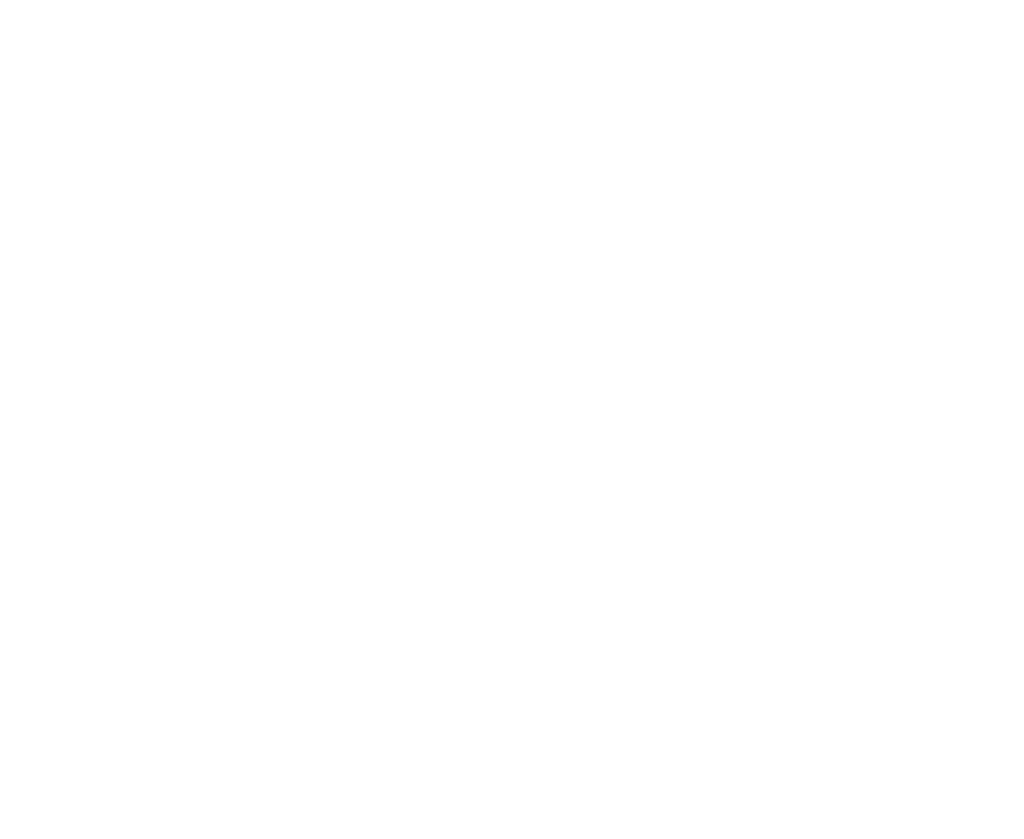
<source format=kicad_pcb>
(kicad_pcb
	(version 20241229)
	(generator "pcbnew")
	(generator_version "9.0")
	(general
		(thickness 1.6)
		(legacy_teardrops no)
	)
	(paper "A4")
	(layers
		(0 "F.Cu" signal)
		(2 "B.Cu" signal)
		(9 "F.Adhes" user "F.Adhesive")
		(11 "B.Adhes" user "B.Adhesive")
		(13 "F.Paste" user)
		(15 "B.Paste" user)
		(5 "F.SilkS" user "F.Silkscreen")
		(7 "B.SilkS" user "B.Silkscreen")
		(1 "F.Mask" user)
		(3 "B.Mask" user)
		(17 "Dwgs.User" user "User.Drawings")
		(19 "Cmts.User" user "User.Comments")
		(21 "Eco1.User" user "User.Eco1")
		(23 "Eco2.User" user "User.Eco2")
		(25 "Edge.Cuts" user)
		(27 "Margin" user)
		(31 "F.CrtYd" user "F.Courtyard")
		(29 "B.CrtYd" user "B.Courtyard")
		(35 "F.Fab" user)
		(33 "B.Fab" user)
		(39 "User.1" user)
		(41 "User.2" user)
		(43 "User.3" user)
		(45 "User.4" user)
	)
	(setup
		(pad_to_mask_clearance 0)
		(allow_soldermask_bridges_in_footprints no)
		(tenting front back)
		(pcbplotparams
			(layerselection 0x00000000_00000000_55555555_5755f5ff)
			(plot_on_all_layers_selection 0x00000000_00000000_00000000_00000000)
			(disableapertmacros no)
			(usegerberextensions no)
			(usegerberattributes yes)
			(usegerberadvancedattributes yes)
			(creategerberjobfile yes)
			(dashed_line_dash_ratio 12.000000)
			(dashed_line_gap_ratio 3.000000)
			(svgprecision 4)
			(plotframeref no)
			(mode 1)
			(useauxorigin no)
			(hpglpennumber 1)
			(hpglpenspeed 20)
			(hpglpendiameter 15.000000)
			(pdf_front_fp_property_popups yes)
			(pdf_back_fp_property_popups yes)
			(pdf_metadata yes)
			(pdf_single_document no)
			(dxfpolygonmode yes)
			(dxfimperialunits yes)
			(dxfusepcbnewfont yes)
			(psnegative no)
			(psa4output no)
			(plot_black_and_white yes)
			(sketchpadsonfab no)
			(plotpadnumbers no)
			(hidednponfab no)
			(sketchdnponfab yes)
			(crossoutdnponfab yes)
			(subtractmaskfromsilk no)
			(outputformat 1)
			(mirror no)
			(drillshape 1)
			(scaleselection 1)
			(outputdirectory "")
		)
	)
	(net 0 "")
	(gr_line
		(start 40.8 190.6)
		(end 40.8 116.9)
		(stroke
			(width 0.2)
			(type default)
		)
		(layer "Dwgs.User")
		(uuid "034e8312-7698-4a38-b724-6878cc45b3a1")
	)
	(gr_line
		(start 252 94.5)
		(end 252 18)
		(stroke
			(width 0.2)
			(type default)
		)
		(layer "Dwgs.User")
		(uuid "0501c662-464e-4548-86d1-e58d1c327a4d")
	)
	(gr_line
		(start 249.2 190.6)
		(end 249.2 116.9)
		(stroke
			(width 0.2)
			(type default)
		)
		(layer "Dwgs.User")
		(uuid "08b07a34-498d-4ba7-9b66-6aa100a2b1db")
	)
	(gr_line
		(start 252 116.9)
		(end 251.2 116.9)
		(stroke
			(width 0.2)
			(type default)
		)
		(layer "Dwgs.User")
		(uuid "13a7dc71-cb73-4aae-8a8a-ff0ca4a4eb4f")
	)
	(gr_line
		(start 38.8 116.9)
		(end 38.8 94.5)
		(stroke
			(width 0.2)
			(type default)
		)
		(layer "Dwgs.User")
		(uuid "158590b6-2695-4e04-ba8d-7eef4b9af638")
	)
	(gr_line
		(start 249.2 94.5)
		(end 249.2 20.8)
		(stroke
			(width 0.2)
			(type default)
		)
		(layer "Dwgs.User")
		(uuid "1ac515d4-875c-474f-a7eb-528371ad748a")
	)
	(gr_line
		(start 247.2 94.5)
		(end 247.2 22.7)
		(stroke
			(width 0.2)
			(type default)
		)
		(layer "Dwgs.User")
		(uuid "1e2200a5-0798-4864-a626-63fe8535ea60")
	)
	(gr_line
		(start 42.8 94.5)
		(end 42.8 116.9)
		(stroke
			(width 0.2)
			(type default)
		)
		(layer "Dwgs.User")
		(uuid "20f4e6e2-cf06-45e7-9306-e36e2b0ca9e4")
	)
	(gr_line
		(start 252 116.9)
		(end 251.2 116.9)
		(stroke
			(width 0.2)
			(type default)
		)
		(layer "Dwgs.User")
		(uuid "2524c736-bedd-4931-ba9e-6528034ab0bc")
	)
	(gr_line
		(start 247.2 94.5)
		(end 247.2 116.9)
		(stroke
			(width 0.2)
			(type default)
		)
		(layer "Dwgs.User")
		(uuid "29692c23-e587-498e-af3f-55e195ce884f")
	)
	(gr_line
		(start 252 94.5)
		(end 251.2 94.5)
		(stroke
			(width 0.2)
			(type default)
		)
		(layer "Dwgs.User")
		(uuid "2f26e849-0f92-4059-a981-ec54a783ec76")
	)
	(gr_line
		(start 42.8 188.7)
		(end 247.2 188.7)
		(stroke
			(width 0.2)
			(type default)
		)
		(layer "Dwgs.User")
		(uuid "308ced1a-157d-4f2f-9159-9dfdf1131e34")
	)
	(gr_line
		(start 249.2 116.9)
		(end 251.2 116.9)
		(stroke
			(width 0.2)
			(type default)
		)
		(layer "Dwgs.User")
		(uuid "33d2a258-9729-4ead-9712-8831228c79dc")
	)
	(gr_line
		(start 38.8 116.9)
		(end 38 116.9)
		(stroke
			(width 0.2)
			(type default)
		)
		(layer "Dwgs.User")
		(uuid "3e372448-76ba-456f-97ab-1d9b7b3852e6")
	)
	(gr_line
		(start 249.2 116.9)
		(end 249.2 94.5)
		(stroke
			(width 0.2)
			(type default)
		)
		(layer "Dwgs.User")
		(uuid "45265c39-5b0f-47a0-9991-66e2aa4b07c2")
	)
	(gr_line
		(start 38.8 94.5)
		(end 40.8 94.5)
		(stroke
			(width 0.2)
			(type default)
		)
		(layer "Dwgs.User")
		(uuid "49b743ae-85dd-4e4b-a0eb-3319d931960a")
	)
	(gr_line
		(start 40.8 190.6)
		(end 249.2 190.6)
		(stroke
			(width 0.2)
			(type default)
		)
		(layer "Dwgs.User")
		(uuid "4ad38abc-0e3a-430c-8eb9-4875facf5c13")
	)
	(gr_line
		(start 38 94.5)
		(end 38.8 94.5)
		(stroke
			(width 0.2)
			(type default)
		)
		(layer "Dwgs.User")
		(uuid "4e5fd3e7-7146-4308-a6b9-5a1966ff96b4")
	)
	(gr_line
		(start 251.2 94.5)
		(end 249.2 94.5)
		(stroke
			(width 0.2)
			(type default)
		)
		(layer "Dwgs.User")
		(uuid "56d75293-b169-4697-9732-c4e7c50b92f4")
	)
	(gr_circle
		(center 60 155.7)
		(end 60 151.9)
		(stroke
			(width 0.2)
			(type default)
		)
		(fill no)
		(layer "Dwgs.User")
		(uuid "57e1d7b3-70bc-4e0a-b182-ae52765ba368")
	)
	(gr_line
		(start 247.2 116.9)
		(end 249.2 116.9)
		(stroke
			(width 0.2)
			(type default)
		)
		(layer "Dwgs.User")
		(uuid "588087a4-f88f-4186-90a5-3356f43c3e99")
	)
	(gr_line
		(start 247.2 188.7)
		(end 247.2 116.9)
		(stroke
			(width 0.2)
			(type default)
		)
		(layer "Dwgs.User")
		(uuid "61a100b8-2379-44b0-bb3d-4963044859a0")
	)
	(gr_line
		(start 247.2 22.7)
		(end 42.8 22.7)
		(stroke
			(width 0.2)
			(type default)
		)
		(layer "Dwgs.User")
		(uuid "6a9f720b-eccd-4039-89a0-5c3ec62abc86")
	)
	(gr_line
		(start 252 116.9)
		(end 252 193.4)
		(stroke
			(width 0.2)
			(type default)
		)
		(layer "Dwgs.User")
		(uuid "6b6a0ae3-9c5b-4ba7-bf57-dded2cc609c8")
	)
	(gr_line
		(start 40.8 94.5)
		(end 40.8 20.8)
		(stroke
			(width 0.2)
			(type default)
		)
		(layer "Dwgs.User")
		(uuid "6fd1c87c-aae4-4743-8a7e-edc1374f4e9f")
	)
	(gr_line
		(start 40.8 94.5)
		(end 42.8 94.5)
		(stroke
			(width 0.2)
			(type default)
		)
		(layer "Dwgs.User")
		(uuid "71c96bc9-72b5-40f5-a7f2-bf936822b394")
	)
	(gr_line
		(start 251.2 94.5)
		(end 252 94.5)
		(stroke
			(width 0.2)
			(type default)
		)
		(layer "Dwgs.User")
		(uuid "72f72e81-e95f-413b-ba3d-12676fac08e9")
	)
	(gr_line
		(start 40.8 116.9)
		(end 38.8 116.9)
		(stroke
			(width 0.2)
			(type default)
		)
		(layer "Dwgs.User")
		(uuid "78505dff-63b4-41f7-9200-0107a3f0f040")
	)
	(gr_line
		(start 252 116.9)
		(end 252 94.5)
		(stroke
			(width 0.2)
			(type default)
		)
		(layer "Dwgs.User")
		(uuid "7c2b9e5f-8279-4fa6-8a18-cd36a6e587a2")
	)
	(gr_line
		(start 38 193.4)
		(end 38 116.9)
		(stroke
			(width 0.2)
			(type default)
		)
		(layer "Dwgs.User")
		(uuid "91c5e8c3-e47b-4eb0-96ae-389a38115643")
	)
	(gr_line
		(start 249.2 94.5)
		(end 247.2 94.5)
		(stroke
			(width 0.2)
			(type default)
		)
		(layer "Dwgs.User")
		(uuid "94ca925e-50ee-44f2-91f6-714dd745286c")
	)
	(gr_line
		(start 38 18)
		(end 38 94.5)
		(stroke
			(width 0.2)
			(type default)
		)
		(layer "Dwgs.User")
		(uuid "9f8e5984-9f35-4384-9d62-bde237b00fe8")
	)
	(gr_line
		(start 251.2 116.9)
		(end 251.2 94.5)
		(stroke
			(width 0.2)
			(type default)
		)
		(layer "Dwgs.User")
		(uuid "bc42dffc-46c3-4134-93a5-4e8c03c4cb65")
	)
	(gr_line
		(start 42.8 22.7)
		(end 42.8 94.5)
		(stroke
			(width 0.2)
			(type default)
		)
		(layer "Dwgs.User")
		(uuid "c0627207-2828-4c55-b059-64f7cb3a2bca")
	)
	(gr_line
		(start 42.8 116.9)
		(end 40.8 116.9)
		(stroke
			(width 0.2)
			(type default)
		)
		(layer "Dwgs.User")
		(uuid "c2da0c9b-ee3d-43d9-8c54-8d8ad97c4c18")
	)
	(gr_line
		(start 38 18)
		(end 252 18)
		(stroke
			(width 0.2)
			(type default)
		)
		(layer "Dwgs.User")
		(uuid "c337f26e-24d9-4641-be20-6e037d212fff")
	)
	(gr_line
		(start 40.8 116.9)
		(end 40.8 94.5)
		(stroke
			(width 0.2)
			(type default)
		)
		(layer "Dwgs.User")
		(uuid "c6fad92d-ef59-4b71-a5ee-d7ba5934855f")
	)
	(gr_circle
		(center 60 155.7)
		(end 60 153.3)
		(stroke
			(width 0.2)
			(type default)
		)
		(fill no)
		(layer "Dwgs.User")
		(uuid "d1c6b659-3136-4d07-87d0-46d391a50970")
	)
	(gr_circle
		(center 230 55.7)
		(end 230 53.3)
		(stroke
			(width 0.2)
			(type default)
		)
		(fill no)
		(layer "Dwgs.User")
		(uuid "d77c7c95-da46-4539-b46a-db1ab655e34d")
	)
	(gr_line
		(start 38 193.4)
		(end 252 193.4)
		(stroke
			(width 0.2)
			(type default)
		)
		(layer "Dwgs.User")
		(uuid "db5373c7-8fbf-4916-96c7-8c62a68fa79c")
	)
	(gr_line
		(start 42.8 116.9)
		(end 42.8 188.7)
		(stroke
			(width 0.2)
			(type default)
		)
		(layer "Dwgs.User")
		(uuid "e282a02b-0e94-4346-a6f2-509ea11de777")
	)
	(gr_circle
		(center 230 55.7)
		(end 230 51.9)
		(stroke
			(width 0.2)
			(type default)
		)
		(fill no)
		(layer "Dwgs.User")
		(uuid "e731c5de-d222-40a6-b4a6-da3bc5226754")
	)
	(gr_line
		(start 40.8 20.8)
		(end 249.2 20.8)
		(stroke
			(width 0.2)
			(type default)
		)
		(layer "Dwgs.User")
		(uuid "e820e668-4e3d-48eb-af4d-91744039e417")
	)
	(gr_line
		(start 38 94.5)
		(end 38.8 94.5)
		(stroke
			(width 0.2)
			(type default)
		)
		(layer "Dwgs.User")
		(uuid "e838480d-6e62-471d-a3f3-f69d0965db06")
	)
	(gr_line
		(start 38 116.9)
		(end 38 94.5)
		(stroke
			(width 0.2)
			(type default)
		)
		(layer "Dwgs.User")
		(uuid "f47f7e46-9557-4b42-9e76-281c31a9c060")
	)
	(group ""
		(uuid "2d42d1c2-568e-4f93-bce7-c7df15504b88")
		(members "034e8312-7698-4a38-b724-6878cc45b3a1" "0501c662-464e-4548-86d1-e58d1c327a4d"
			"08b07a34-498d-4ba7-9b66-6aa100a2b1db" "13a7dc71-cb73-4aae-8a8a-ff0ca4a4eb4f"
			"158590b6-2695-4e04-ba8d-7eef4b9af638" "1ac515d4-875c-474f-a7eb-528371ad748a"
			"1e2200a5-0798-4864-a626-63fe8535ea60" "20f4e6e2-cf06-45e7-9306-e36e2b0ca9e4"
			"2524c736-bedd-4931-ba9e-6528034ab0bc" "29692c23-e587-498e-af3f-55e195ce884f"
			"2f26e849-0f92-4059-a981-ec54a783ec76" "308ced1a-157d-4f2f-9159-9dfdf1131e34"
			"33d2a258-9729-4ead-9712-8831228c79dc" "3e372448-76ba-456f-97ab-1d9b7b3852e6"
			"45265c39-5b0f-47a0-9991-66e2aa4b07c2" "49b743ae-85dd-4e4b-a0eb-3319d931960a"
			"4ad38abc-0e3a-430c-8eb9-4875facf5c13" "4e5fd3e7-7146-4308-a6b9-5a1966ff96b4"
			"56d75293-b169-4697-9732-c4e7c50b92f4" "57e1d7b3-70bc-4e0a-b182-ae52765ba368"
			"588087a4-f88f-4186-90a5-3356f43c3e99" "61a100b8-2379-44b0-bb3d-4963044859a0"
			"6a9f720b-eccd-4039-89a0-5c3ec62abc86" "6b6a0ae3-9c5b-4ba7-bf57-dded2cc609c8"
			"6fd1c87c-aae4-4743-8a7e-edc1374f4e9f" "71c96bc9-72b5-40f5-a7f2-bf936822b394"
			"72f72e81-e95f-413b-ba3d-12676fac08e9" "78505dff-63b4-41f7-9200-0107a3f0f040"
			"7c2b9e5f-8279-4fa6-8a18-cd36a6e587a2" "91c5e8c3-e47b-4eb0-96ae-389a38115643"
			"94ca925e-50ee-44f2-91f6-714dd745286c" "9f8e5984-9f35-4384-9d62-bde237b00fe8"
			"bc42dffc-46c3-4134-93a5-4e8c03c4cb65" "c0627207-2828-4c55-b059-64f7cb3a2bca"
			"c2da0c9b-ee3d-43d9-8c54-8d8ad97c4c18" "c337f26e-24d9-4641-be20-6e037d212fff"
			"c6fad92d-ef59-4b71-a5ee-d7ba5934855f" "d1c6b659-3136-4d07-87d0-46d391a50970"
			"d77c7c95-da46-4539-b46a-db1ab655e34d" "db5373c7-8fbf-4916-96c7-8c62a68fa79c"
			"e282a02b-0e94-4346-a6f2-509ea11de777" "e731c5de-d222-40a6-b4a6-da3bc5226754"
			"e820e668-4e3d-48eb-af4d-91744039e417" "e838480d-6e62-471d-a3f3-f69d0965db06"
			"f47f7e46-9557-4b42-9e76-281c31a9c060"
		)
	)
	(embedded_fonts no)
	(embedded_files
		(file
			(name "vacio.kicad_wks")
			(type worksheet)
			(data |KLUv/SD7ZQQAAsgaGYDNA8CouYdotAAhABw02XLjc/EqN3NyxgKsRdbiU//rAdVnFreSHfXFGs98
				pZ04MCAd84lPTd2JA8CuK79P9cO1WIOi7yuB4s1n63vS04Ges/UN27SXSDCzEMjA0erXtgQXa7eZ
				ZmIg3sAMIBAigXwpF4sMnMTFdKNA05rfwqs9mHjibmEjm50=|
			)
			(checksum "2F3C472006645EB6C95C96139C80022F")
		)
	)
)

</source>
